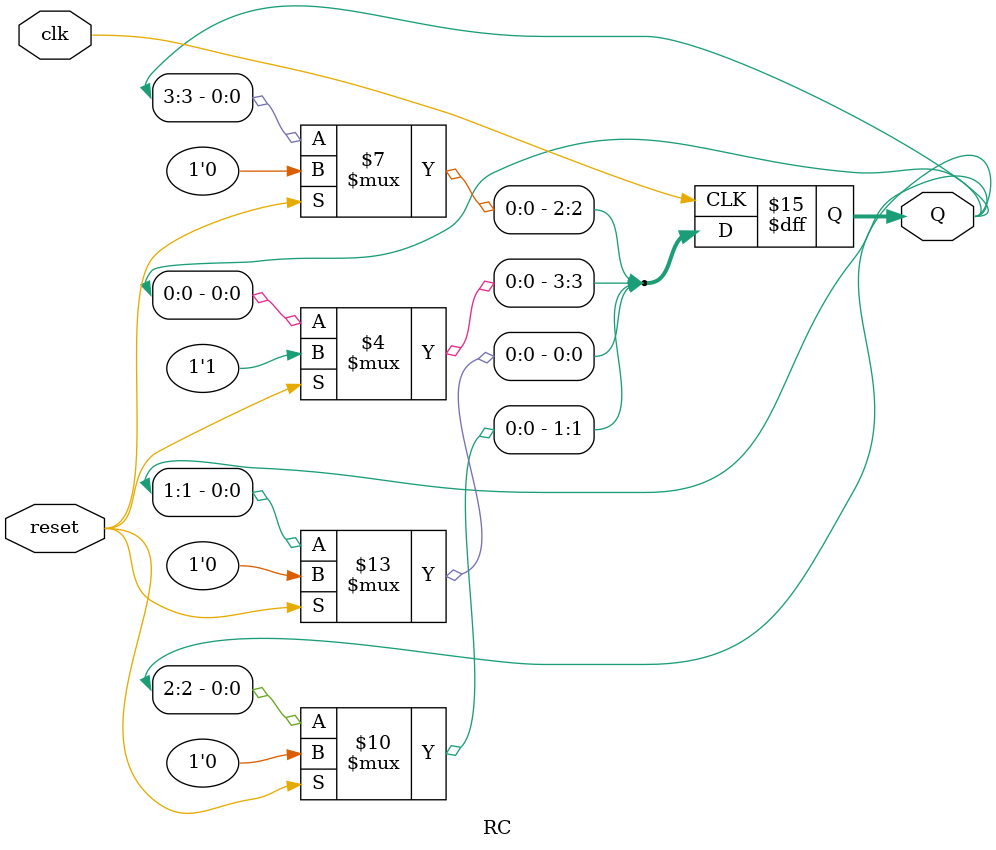
<source format=v>
`timescale 1ns / 1ps

module RC(
    input clk, reset,
    
    output [3:0]Q
    );
    
reg [3:0] Q;    
initial Q = 4'b1000;   

always @(posedge clk) begin
    if(reset) begin
        Q = 4'b1000;
    end
    else begin
        Q[0] <= Q[1];
        Q[1] <= Q[2];
        Q[2] <= Q[3];
        Q[3] <= Q[0];
    end
end
endmodule

</source>
